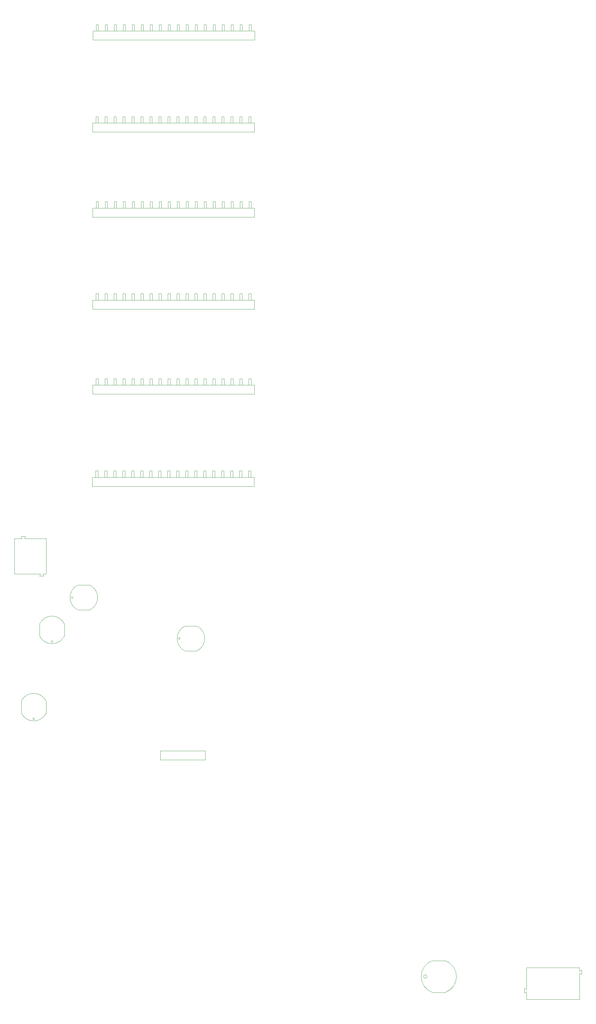
<source format=gbr>
%TF.GenerationSoftware,Altium Limited,Altium Designer,24.10.1 (45)*%
G04 Layer_Color=32896*
%FSLAX43Y43*%
%MOMM*%
%TF.SameCoordinates,766D9AF5-BA92-4156-BEB6-FD46E2A8267A*%
%TF.FilePolarity,Positive*%
%TF.FileFunction,Other,Top_Component_Outline*%
%TF.Part,Single*%
G01*
G75*
%TA.AperFunction,NonConductor*%
%ADD100C,0.100*%
D100*
X23425Y116850D02*
G03*
X23425Y109850I1684J-3500D01*
G01*
X26825D02*
G03*
X26825Y116850I-1684J3500D01*
G01*
X22075Y113350D02*
G03*
X22075Y113350I-250J0D01*
G01*
X16370Y100909D02*
G03*
X16370Y100909I-250J0D01*
G01*
X19620Y105909D02*
G03*
X12620Y105909I-3500J-1684D01*
G01*
Y102509D02*
G03*
X19620Y102509I3500J1684D01*
G01*
X122125Y6325D02*
G03*
X122125Y6325I-500J0D01*
G01*
X123675Y10825D02*
G03*
X123675Y1825I1490J-4500D01*
G01*
X127175D02*
G03*
X127175Y10825I-1490J4500D01*
G01*
X52330Y101789D02*
G03*
X52330Y101789I-250J0D01*
G01*
X57080Y98289D02*
G03*
X57080Y105289I-1684J3500D01*
G01*
X53680D02*
G03*
X53680Y98289I1684J-3500D01*
G01*
X11210Y79099D02*
G03*
X11210Y79099I-250J0D01*
G01*
X14460Y84099D02*
G03*
X7460Y84099I-3500J-1684D01*
G01*
Y80699D02*
G03*
X14460Y80699I3500J1684D01*
G01*
X23425Y109850D02*
X26825D01*
X23425Y116850D02*
X26825D01*
X12620Y102509D02*
Y105909D01*
X19620Y102509D02*
Y105909D01*
X123675Y10825D02*
X127175D01*
X123675Y1825D02*
X127175D01*
X46772Y67537D02*
X59472D01*
X46772Y70077D02*
X59472D01*
Y67537D02*
Y70077D01*
X46772Y67537D02*
Y70077D01*
X149602Y2962D02*
X150202Y2712D01*
X149602Y1762D02*
X150202Y2012D01*
X149602Y1762D02*
Y2962D01*
X150202Y2712D02*
Y8862D01*
Y-138D02*
Y2012D01*
Y-138D02*
X165202D01*
X150202Y8862D02*
X165202D01*
Y-138D02*
Y7212D01*
Y7912D02*
Y8862D01*
Y7912D02*
X165803Y8162D01*
Y6962D02*
Y8162D01*
X165202Y7212D02*
X165803Y6962D01*
X44460Y223315D02*
Y225135D01*
X51440D02*
X52080D01*
X46360Y223315D02*
Y225135D01*
X47000Y223315D02*
Y225135D01*
X53980Y223315D02*
Y225135D01*
X54620Y223315D02*
Y225135D01*
X57160Y223315D02*
Y225135D01*
X56520Y223315D02*
Y225135D01*
X52080Y223315D02*
Y225135D01*
X48900Y223315D02*
Y225135D01*
X49540Y223315D02*
Y225135D01*
X51440Y223315D02*
Y225135D01*
X59060Y223315D02*
Y225135D01*
X43820D02*
X44460D01*
X46360D02*
X47000D01*
X41280D02*
X41920D01*
X38740D02*
X39380D01*
X48900D02*
X49540D01*
X61600Y223315D02*
Y225135D01*
X59700Y223315D02*
Y225135D01*
X27630Y223315D02*
X73350D01*
X66680D02*
Y225135D01*
X64140Y223315D02*
Y225135D01*
X64780Y223315D02*
Y225135D01*
X67320Y223315D02*
Y225135D01*
X62240Y223315D02*
Y225135D01*
X69220Y223315D02*
Y225135D01*
X69860Y223315D02*
Y225135D01*
X71760Y223315D02*
Y225135D01*
X72400Y223315D02*
Y225135D01*
X27630Y220775D02*
X73350D01*
Y223315D01*
X38740D02*
Y225135D01*
X39380Y223315D02*
Y225135D01*
X41280Y223315D02*
Y225135D01*
X43820Y223315D02*
Y225135D01*
X41920Y223315D02*
Y225135D01*
X31760Y223315D02*
Y225135D01*
X28580Y223315D02*
Y225135D01*
X59060D02*
X59700D01*
X71760D02*
X72400D01*
X56520D02*
X57160D01*
X53980D02*
X54620D01*
X61600D02*
X62240D01*
X66680D02*
X67320D01*
X64140D02*
X64780D01*
X69220D02*
X69860D01*
X36200D02*
X36840D01*
X31120D02*
X31760D01*
X33660D02*
X34300D01*
X28580D02*
X29220D01*
Y223315D02*
Y225135D01*
X31120Y223315D02*
Y225135D01*
X33660Y223315D02*
Y225135D01*
X36200Y223315D02*
Y225135D01*
X36840Y223315D02*
Y225135D01*
X34300Y223315D02*
Y225135D01*
X27630Y220775D02*
Y223315D01*
X44420Y173315D02*
Y175135D01*
X51400D02*
X52040D01*
X46320Y173315D02*
Y175135D01*
X46960Y173315D02*
Y175135D01*
X53940Y173315D02*
Y175135D01*
X54580Y173315D02*
Y175135D01*
X57120Y173315D02*
Y175135D01*
X56480Y173315D02*
Y175135D01*
X52040Y173315D02*
Y175135D01*
X48860Y173315D02*
Y175135D01*
X49500Y173315D02*
Y175135D01*
X51400Y173315D02*
Y175135D01*
X59020Y173315D02*
Y175135D01*
X43780D02*
X44420D01*
X46320D02*
X46960D01*
X41240D02*
X41880D01*
X38700D02*
X39340D01*
X48860D02*
X49500D01*
X61560Y173315D02*
Y175135D01*
X59660Y173315D02*
Y175135D01*
X27590Y173315D02*
X73310D01*
X66640D02*
Y175135D01*
X64100Y173315D02*
Y175135D01*
X64740Y173315D02*
Y175135D01*
X67280Y173315D02*
Y175135D01*
X62200Y173315D02*
Y175135D01*
X69180Y173315D02*
Y175135D01*
X69820Y173315D02*
Y175135D01*
X71720Y173315D02*
Y175135D01*
X72360Y173315D02*
Y175135D01*
X27590Y170775D02*
X73310D01*
Y173315D01*
X38700D02*
Y175135D01*
X39340Y173315D02*
Y175135D01*
X41240Y173315D02*
Y175135D01*
X43780Y173315D02*
Y175135D01*
X41880Y173315D02*
Y175135D01*
X31720Y173315D02*
Y175135D01*
X28540Y173315D02*
Y175135D01*
X59020D02*
X59660D01*
X71720D02*
X72360D01*
X56480D02*
X57120D01*
X53940D02*
X54580D01*
X61560D02*
X62200D01*
X66640D02*
X67280D01*
X64100D02*
X64740D01*
X69180D02*
X69820D01*
X36160D02*
X36800D01*
X31080D02*
X31720D01*
X33620D02*
X34260D01*
X28540D02*
X29180D01*
Y173315D02*
Y175135D01*
X31080Y173315D02*
Y175135D01*
X33620Y173315D02*
Y175135D01*
X36160Y173315D02*
Y175135D01*
X36800Y173315D02*
Y175135D01*
X34260Y173315D02*
Y175135D01*
X27590Y170775D02*
Y173315D01*
X44430Y197315D02*
Y199135D01*
X51410D02*
X52050D01*
X46330Y197315D02*
Y199135D01*
X46970Y197315D02*
Y199135D01*
X53950Y197315D02*
Y199135D01*
X54590Y197315D02*
Y199135D01*
X57130Y197315D02*
Y199135D01*
X56490Y197315D02*
Y199135D01*
X52050Y197315D02*
Y199135D01*
X48870Y197315D02*
Y199135D01*
X49510Y197315D02*
Y199135D01*
X51410Y197315D02*
Y199135D01*
X59030Y197315D02*
Y199135D01*
X43790D02*
X44430D01*
X46330D02*
X46970D01*
X41250D02*
X41890D01*
X38710D02*
X39350D01*
X48870D02*
X49510D01*
X61570Y197315D02*
Y199135D01*
X59670Y197315D02*
Y199135D01*
X27600Y197315D02*
X73320D01*
X66650D02*
Y199135D01*
X64110Y197315D02*
Y199135D01*
X64750Y197315D02*
Y199135D01*
X67290Y197315D02*
Y199135D01*
X62210Y197315D02*
Y199135D01*
X69190Y197315D02*
Y199135D01*
X69830Y197315D02*
Y199135D01*
X71730Y197315D02*
Y199135D01*
X72370Y197315D02*
Y199135D01*
X27600Y194775D02*
X73320D01*
Y197315D01*
X38710D02*
Y199135D01*
X39350Y197315D02*
Y199135D01*
X41250Y197315D02*
Y199135D01*
X43790Y197315D02*
Y199135D01*
X41890Y197315D02*
Y199135D01*
X31730Y197315D02*
Y199135D01*
X28550Y197315D02*
Y199135D01*
X59030D02*
X59670D01*
X71730D02*
X72370D01*
X56490D02*
X57130D01*
X53950D02*
X54590D01*
X61570D02*
X62210D01*
X66650D02*
X67290D01*
X64110D02*
X64750D01*
X69190D02*
X69830D01*
X36170D02*
X36810D01*
X31090D02*
X31730D01*
X33630D02*
X34270D01*
X28550D02*
X29190D01*
Y197315D02*
Y199135D01*
X31090Y197315D02*
Y199135D01*
X33630Y197315D02*
Y199135D01*
X36170Y197315D02*
Y199135D01*
X36810Y197315D02*
Y199135D01*
X34270Y197315D02*
Y199135D01*
X27600Y194775D02*
Y197315D01*
X44370Y147315D02*
Y149135D01*
X51350D02*
X51990D01*
X46270Y147315D02*
Y149135D01*
X46910Y147315D02*
Y149135D01*
X53890Y147315D02*
Y149135D01*
X54530Y147315D02*
Y149135D01*
X57070Y147315D02*
Y149135D01*
X56430Y147315D02*
Y149135D01*
X51990Y147315D02*
Y149135D01*
X48810Y147315D02*
Y149135D01*
X49450Y147315D02*
Y149135D01*
X51350Y147315D02*
Y149135D01*
X58970Y147315D02*
Y149135D01*
X43730D02*
X44370D01*
X46270D02*
X46910D01*
X41190D02*
X41830D01*
X38650D02*
X39290D01*
X48810D02*
X49450D01*
X61510Y147315D02*
Y149135D01*
X59610Y147315D02*
Y149135D01*
X27540Y147315D02*
X73260D01*
X66590D02*
Y149135D01*
X64050Y147315D02*
Y149135D01*
X64690Y147315D02*
Y149135D01*
X67230Y147315D02*
Y149135D01*
X62150Y147315D02*
Y149135D01*
X69130Y147315D02*
Y149135D01*
X69770Y147315D02*
Y149135D01*
X71670Y147315D02*
Y149135D01*
X72310Y147315D02*
Y149135D01*
X27540Y144775D02*
X73260D01*
Y147315D01*
X38650D02*
Y149135D01*
X39290Y147315D02*
Y149135D01*
X41190Y147315D02*
Y149135D01*
X43730Y147315D02*
Y149135D01*
X41830Y147315D02*
Y149135D01*
X31670Y147315D02*
Y149135D01*
X28490Y147315D02*
Y149135D01*
X58970D02*
X59610D01*
X71670D02*
X72310D01*
X56430D02*
X57070D01*
X53890D02*
X54530D01*
X61510D02*
X62150D01*
X66590D02*
X67230D01*
X64050D02*
X64690D01*
X69130D02*
X69770D01*
X36110D02*
X36750D01*
X31030D02*
X31670D01*
X33570D02*
X34210D01*
X28490D02*
X29130D01*
Y147315D02*
Y149135D01*
X31030Y147315D02*
Y149135D01*
X33570Y147315D02*
Y149135D01*
X36110Y147315D02*
Y149135D01*
X36750Y147315D02*
Y149135D01*
X34210Y147315D02*
Y149135D01*
X27540Y144775D02*
Y147315D01*
X53680Y105289D02*
X57080D01*
X53680Y98289D02*
X57080D01*
X7460Y80699D02*
Y84099D01*
X14460Y80699D02*
Y84099D01*
X12600Y119400D02*
X12850Y120000D01*
X12600Y119400D02*
X13800D01*
X13550Y120000D02*
X13800Y119400D01*
X8350Y130000D02*
X8600Y130600D01*
X7400D02*
X7650Y130000D01*
X7400Y130600D02*
X8600D01*
X8350Y130000D02*
X14500D01*
X5500D02*
X7650D01*
X5500Y120000D02*
Y130000D01*
X14500Y120000D02*
Y130000D01*
X13550Y120000D02*
X14500D01*
X5500D02*
X12850D01*
X27560Y244775D02*
Y247315D01*
X34230D02*
Y249135D01*
X36770Y247315D02*
Y249135D01*
X36130Y247315D02*
Y249135D01*
X33590Y247315D02*
Y249135D01*
X31050Y247315D02*
Y249135D01*
X29150Y247315D02*
Y249135D01*
X28510D02*
X29150D01*
X33590D02*
X34230D01*
X31050D02*
X31690D01*
X36130D02*
X36770D01*
X69150D02*
X69790D01*
X64070D02*
X64710D01*
X66610D02*
X67250D01*
X61530D02*
X62170D01*
X53910D02*
X54550D01*
X56450D02*
X57090D01*
X71690D02*
X72330D01*
X58990D02*
X59630D01*
X28510Y247315D02*
Y249135D01*
X31690Y247315D02*
Y249135D01*
X41850Y247315D02*
Y249135D01*
X43750Y247315D02*
Y249135D01*
X41210Y247315D02*
Y249135D01*
X39310Y247315D02*
Y249135D01*
X38670Y247315D02*
Y249135D01*
X73280Y244775D02*
Y247315D01*
X27560Y244775D02*
X73280D01*
X72330Y247315D02*
Y249135D01*
X71690Y247315D02*
Y249135D01*
X69790Y247315D02*
Y249135D01*
X69150Y247315D02*
Y249135D01*
X62170Y247315D02*
Y249135D01*
X67250Y247315D02*
Y249135D01*
X64710Y247315D02*
Y249135D01*
X64070Y247315D02*
Y249135D01*
X66610Y247315D02*
Y249135D01*
X27560Y247315D02*
X73280D01*
X59630D02*
Y249135D01*
X61530Y247315D02*
Y249135D01*
X48830D02*
X49470D01*
X38670D02*
X39310D01*
X41210D02*
X41850D01*
X46290D02*
X46930D01*
X43750D02*
X44390D01*
X58990Y247315D02*
Y249135D01*
X51370Y247315D02*
Y249135D01*
X49470Y247315D02*
Y249135D01*
X48830Y247315D02*
Y249135D01*
X52010Y247315D02*
Y249135D01*
X56450Y247315D02*
Y249135D01*
X57090Y247315D02*
Y249135D01*
X54550Y247315D02*
Y249135D01*
X53910Y247315D02*
Y249135D01*
X46930Y247315D02*
Y249135D01*
X46290Y247315D02*
Y249135D01*
X51370D02*
X52010D01*
X44390Y247315D02*
Y249135D01*
X27650Y270775D02*
Y273315D01*
X34320D02*
Y275135D01*
X36860Y273315D02*
Y275135D01*
X36220Y273315D02*
Y275135D01*
X33680Y273315D02*
Y275135D01*
X31140Y273315D02*
Y275135D01*
X29240Y273315D02*
Y275135D01*
X28600D02*
X29240D01*
X33680D02*
X34320D01*
X31140D02*
X31780D01*
X36220D02*
X36860D01*
X69240D02*
X69880D01*
X64160D02*
X64800D01*
X66700D02*
X67340D01*
X61620D02*
X62260D01*
X54000D02*
X54640D01*
X56540D02*
X57180D01*
X71780D02*
X72420D01*
X59080D02*
X59720D01*
X28600Y273315D02*
Y275135D01*
X31780Y273315D02*
Y275135D01*
X41940Y273315D02*
Y275135D01*
X43840Y273315D02*
Y275135D01*
X41300Y273315D02*
Y275135D01*
X39400Y273315D02*
Y275135D01*
X38760Y273315D02*
Y275135D01*
X73370Y270775D02*
Y273315D01*
X27650Y270775D02*
X73370D01*
X72420Y273315D02*
Y275135D01*
X71780Y273315D02*
Y275135D01*
X69880Y273315D02*
Y275135D01*
X69240Y273315D02*
Y275135D01*
X62260Y273315D02*
Y275135D01*
X67340Y273315D02*
Y275135D01*
X64800Y273315D02*
Y275135D01*
X64160Y273315D02*
Y275135D01*
X66700Y273315D02*
Y275135D01*
X27650Y273315D02*
X73370D01*
X59720D02*
Y275135D01*
X61620Y273315D02*
Y275135D01*
X48920D02*
X49560D01*
X38760D02*
X39400D01*
X41300D02*
X41940D01*
X46380D02*
X47020D01*
X43840D02*
X44480D01*
X59080Y273315D02*
Y275135D01*
X51460Y273315D02*
Y275135D01*
X49560Y273315D02*
Y275135D01*
X48920Y273315D02*
Y275135D01*
X52100Y273315D02*
Y275135D01*
X56540Y273315D02*
Y275135D01*
X57180Y273315D02*
Y275135D01*
X54640Y273315D02*
Y275135D01*
X54000Y273315D02*
Y275135D01*
X47020Y273315D02*
Y275135D01*
X46380Y273315D02*
Y275135D01*
X51460D02*
X52100D01*
X44480Y273315D02*
Y275135D01*
%TF.MD5,8d00bf0035f09e15fbfec3a43eb05d55*%
M02*

</source>
